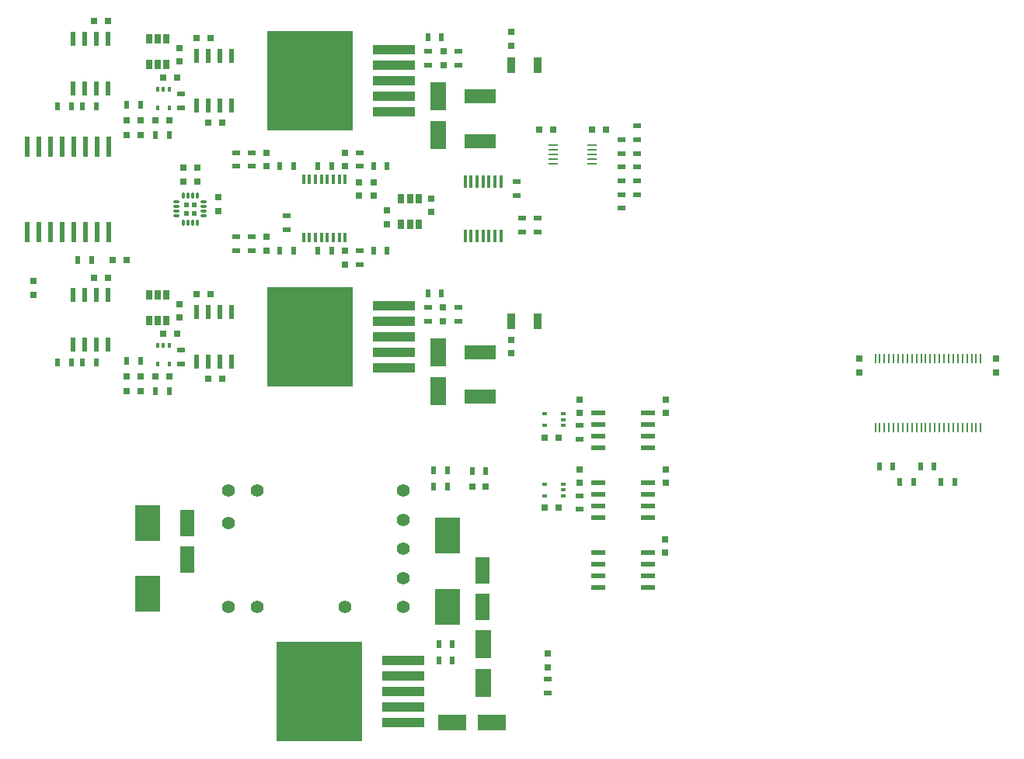
<source format=gbr>
G04 #@! TF.FileFunction,Paste,Top*
%FSLAX46Y46*%
G04 Gerber Fmt 4.6, Leading zero omitted, Abs format (unit mm)*
G04 Created by KiCad (PCBNEW 4.0.7) date 06/14/18 13:46:53*
%MOMM*%
%LPD*%
G01*
G04 APERTURE LIST*
%ADD10C,0.100000*%
%ADD11R,0.285000X1.000000*%
%ADD12R,0.800000X0.750000*%
%ADD13R,0.304800X0.508000*%
%ADD14R,1.800860X3.149600*%
%ADD15R,0.750000X0.800000*%
%ADD16R,2.700020X4.000500*%
%ADD17R,1.501140X2.999740*%
%ADD18R,3.149600X1.800860*%
%ADD19R,3.500000X1.600000*%
%ADD20R,0.500000X0.900000*%
%ADD21R,0.900000X0.500000*%
%ADD22R,0.900000X1.700000*%
%ADD23R,0.600000X1.550000*%
%ADD24R,0.450000X1.450000*%
%ADD25R,1.100000X0.250000*%
%ADD26R,1.550000X0.600000*%
%ADD27R,0.508000X0.304800*%
%ADD28O,0.750000X0.300000*%
%ADD29O,0.300000X0.750000*%
%ADD30R,0.540000X0.540000*%
%ADD31R,4.600000X1.100000*%
%ADD32R,9.400000X10.800000*%
%ADD33C,1.397000*%
%ADD34R,0.797560X0.797560*%
%ADD35R,0.400000X1.000000*%
%ADD36R,0.650000X1.060000*%
%ADD37R,0.600000X2.300000*%
G04 APERTURE END LIST*
D10*
D11*
X151513780Y-75929180D03*
X152013780Y-75929180D03*
X152513780Y-75929180D03*
X153013780Y-75929180D03*
X153513780Y-75929180D03*
X154013780Y-75929180D03*
X154513780Y-75929180D03*
X155013780Y-75929180D03*
X155513780Y-75929180D03*
X156013780Y-75929180D03*
X156513780Y-75929180D03*
X157013780Y-75929180D03*
X157513780Y-75929180D03*
X158013780Y-75929180D03*
X158513780Y-75929180D03*
X159013780Y-75929180D03*
X159513780Y-75929180D03*
X160013780Y-75929180D03*
X160513780Y-75929180D03*
X161013780Y-75929180D03*
X161513780Y-75929180D03*
X162013780Y-75929180D03*
X162513780Y-75929180D03*
X163013780Y-75929180D03*
X163013780Y-68429180D03*
X162513780Y-68429180D03*
X162013780Y-68429180D03*
X161513780Y-68429180D03*
X161013780Y-68429180D03*
X160513780Y-68429180D03*
X160013780Y-68429180D03*
X159513780Y-68429180D03*
X159013780Y-68429180D03*
X158513780Y-68429180D03*
X158013780Y-68429180D03*
X157513780Y-68429180D03*
X157013780Y-68429180D03*
X156513780Y-68429180D03*
X156013780Y-68429180D03*
X155513780Y-68429180D03*
X155013780Y-68429180D03*
X154513780Y-68429180D03*
X154013780Y-68429180D03*
X153513780Y-68429180D03*
X153013780Y-68429180D03*
X152513780Y-68429180D03*
X152013780Y-68429180D03*
X151513780Y-68429180D03*
D12*
X71435660Y-42443400D03*
X69935660Y-42443400D03*
D13*
X74549000Y-39014400D03*
X73279000Y-39014400D03*
X74549000Y-41046400D03*
X73914000Y-39014400D03*
X73279000Y-41046400D03*
D14*
X103886000Y-44058840D03*
X103886000Y-39806880D03*
D12*
X75415840Y-37792660D03*
X73915840Y-37792660D03*
D14*
X103886000Y-71988680D03*
X103886000Y-67736720D03*
D12*
X75413300Y-65732660D03*
X73913300Y-65732660D03*
D15*
X93705680Y-47456790D03*
X93705680Y-45956790D03*
X95247460Y-49173700D03*
X95247460Y-50673700D03*
X103121460Y-50946620D03*
X103121460Y-52446620D03*
X98308160Y-52247100D03*
X98308160Y-53747100D03*
X96847660Y-49170460D03*
X96847660Y-50670460D03*
X93705680Y-56644540D03*
X93705680Y-58144540D03*
D12*
X74549700Y-42443400D03*
X73049700Y-42443400D03*
X74549700Y-70383400D03*
X73049700Y-70383400D03*
D15*
X85214460Y-47452980D03*
X85214460Y-45952980D03*
D12*
X71435660Y-72026780D03*
X69935660Y-72026780D03*
D15*
X104444800Y-36401440D03*
X104444800Y-34901440D03*
X104424480Y-64338900D03*
X104424480Y-62838900D03*
D12*
X71435660Y-44086780D03*
X69935660Y-44086780D03*
X71433120Y-70383400D03*
X69933120Y-70383400D03*
D15*
X85214460Y-56643400D03*
X85214460Y-55143400D03*
X111834000Y-34300860D03*
X111834000Y-32800860D03*
X111834000Y-66361880D03*
X111834000Y-67861880D03*
D12*
X77560740Y-33423860D03*
X79060740Y-33423860D03*
X77555660Y-61424820D03*
X79055660Y-61424820D03*
X66374580Y-59585860D03*
X67874580Y-59585860D03*
X66374580Y-31628080D03*
X67874580Y-31628080D03*
X78825660Y-42707560D03*
X80325660Y-42707560D03*
X78825660Y-70662800D03*
X80325660Y-70662800D03*
X76118020Y-49138840D03*
X77618020Y-49138840D03*
X76118020Y-47558960D03*
X77618020Y-47558960D03*
D15*
X79898240Y-50857720D03*
X79898240Y-52357720D03*
X75727560Y-36040760D03*
X75727560Y-34540760D03*
X75727560Y-63980760D03*
X75727560Y-62480760D03*
D12*
X120689940Y-43461940D03*
X122189940Y-43461940D03*
D16*
X72196960Y-94122240D03*
X72196960Y-86344760D03*
D12*
X116389280Y-43461940D03*
X114889280Y-43461940D03*
D17*
X76570840Y-90337640D03*
X76570840Y-86339680D03*
D18*
X109702600Y-108140500D03*
X105450640Y-108140500D03*
D12*
X69949760Y-57698640D03*
X68449760Y-57698640D03*
D15*
X59801760Y-59956000D03*
X59801760Y-61456000D03*
D17*
X108712000Y-91539060D03*
X108712000Y-95537020D03*
D14*
X108808520Y-99598480D03*
X108808520Y-103850440D03*
D16*
X104886760Y-87762080D03*
X104886760Y-95539560D03*
D15*
X149811740Y-68426900D03*
X149811740Y-69926900D03*
X164673280Y-68426900D03*
X164673280Y-69926900D03*
X128651000Y-82014760D03*
X128651000Y-80514760D03*
X128625600Y-89629680D03*
X128625600Y-88129680D03*
X128651000Y-74392920D03*
X128651000Y-72892920D03*
X119334280Y-82014760D03*
X119334280Y-80514760D03*
X119334280Y-74394760D03*
X119334280Y-72894760D03*
D12*
X115492400Y-84660740D03*
X116992400Y-84660740D03*
X115493100Y-77058520D03*
X116993100Y-77058520D03*
D19*
X108458000Y-44686220D03*
X108458000Y-39809420D03*
X108458000Y-72613520D03*
X108458000Y-67736720D03*
D20*
X96819020Y-47454820D03*
X98319020Y-47454820D03*
X96819020Y-56644540D03*
X98319020Y-56644540D03*
D21*
X81887060Y-47452980D03*
X81887060Y-45952980D03*
X81887060Y-56645240D03*
X81887060Y-55145240D03*
X95349060Y-47455520D03*
X95349060Y-45955520D03*
X75890120Y-41047100D03*
X75890120Y-39547100D03*
X75890120Y-68987100D03*
X75890120Y-67487100D03*
X95349060Y-56643840D03*
X95349060Y-58143840D03*
X102760780Y-36401440D03*
X102760780Y-34901440D03*
D20*
X102762620Y-33403540D03*
X104262620Y-33403540D03*
D21*
X102760780Y-64341440D03*
X102760780Y-62841440D03*
D20*
X102762620Y-61335920D03*
X104262620Y-61335920D03*
D21*
X83566000Y-47452980D03*
X83566000Y-45952980D03*
X83566000Y-56642700D03*
X83566000Y-55142700D03*
D20*
X74549700Y-44086780D03*
X73049700Y-44086780D03*
X74549700Y-72026780D03*
X73049700Y-72026780D03*
D21*
X106118660Y-34901440D03*
X106118660Y-36401440D03*
D20*
X71435660Y-40764460D03*
X69935660Y-40764460D03*
D21*
X106118660Y-62838900D03*
X106118660Y-64338900D03*
D20*
X71433120Y-68704460D03*
X69933120Y-68704460D03*
X90802460Y-47452280D03*
X92302460Y-47452280D03*
X90802460Y-56644540D03*
X92302460Y-56644540D03*
X88126000Y-47452280D03*
X86626000Y-47452280D03*
X88126000Y-56644540D03*
X86626000Y-56644540D03*
D22*
X114734000Y-36401440D03*
X111834000Y-36401440D03*
X114734000Y-64338900D03*
X111834000Y-64338900D03*
D21*
X114754660Y-54598000D03*
X114754660Y-53098000D03*
X113055400Y-54598000D03*
X113055400Y-53098000D03*
X87406480Y-54364320D03*
X87406480Y-52864320D03*
D20*
X64642300Y-57698640D03*
X66142300Y-57698640D03*
D21*
X112473740Y-50615280D03*
X112473740Y-49115280D03*
D20*
X66607120Y-40914320D03*
X65107120Y-40914320D03*
X63904560Y-40911780D03*
X62404560Y-40911780D03*
X66607120Y-68854320D03*
X65107120Y-68854320D03*
X63904560Y-68854320D03*
X62404560Y-68854320D03*
X153450420Y-80203040D03*
X151950420Y-80203040D03*
X154174760Y-81887060D03*
X155674760Y-81887060D03*
X157942980Y-80203040D03*
X156442980Y-80203040D03*
X158683260Y-81887060D03*
X160183260Y-81887060D03*
X104890000Y-82359500D03*
X103390000Y-82359500D03*
X103390000Y-80594200D03*
X104890000Y-80594200D03*
X105448800Y-101348540D03*
X103948800Y-101348540D03*
X103948800Y-99601020D03*
X105448800Y-99601020D03*
D21*
X123858020Y-47543720D03*
X123858020Y-49043720D03*
X125585220Y-49044160D03*
X125585220Y-50544160D03*
X123858020Y-50542760D03*
X123858020Y-52042760D03*
X125585220Y-47544420D03*
X125585220Y-46044420D03*
X123858020Y-46045820D03*
X123858020Y-44545820D03*
X125585220Y-44542140D03*
X125585220Y-43042140D03*
X119334280Y-84874800D03*
X119334280Y-83374800D03*
X119334280Y-77234480D03*
X119334280Y-75734480D03*
D13*
X74549000Y-66954400D03*
X73279000Y-66954400D03*
X74549000Y-68986400D03*
X73914000Y-66954400D03*
X73279000Y-68986400D03*
D23*
X81366360Y-35400000D03*
X80096360Y-35400000D03*
X78826360Y-35400000D03*
X77556360Y-35400000D03*
X77556360Y-40800000D03*
X78826360Y-40800000D03*
X80096360Y-40800000D03*
X81366360Y-40800000D03*
X81366360Y-63340000D03*
X80096360Y-63340000D03*
X78826360Y-63340000D03*
X77556360Y-63340000D03*
X77556360Y-68740000D03*
X78826360Y-68740000D03*
X80096360Y-68740000D03*
X81366360Y-68740000D03*
X67873880Y-33545800D03*
X66603880Y-33545800D03*
X65333880Y-33545800D03*
X64063880Y-33545800D03*
X64063880Y-38945800D03*
X65333880Y-38945800D03*
X66603880Y-38945800D03*
X67873880Y-38945800D03*
X67873880Y-61485800D03*
X66603880Y-61485800D03*
X65333880Y-61485800D03*
X64063880Y-61485800D03*
X64063880Y-66885800D03*
X65333880Y-66885800D03*
X66603880Y-66885800D03*
X67873880Y-66885800D03*
D24*
X110725500Y-49120000D03*
X110075500Y-49120000D03*
X109425500Y-49120000D03*
X108775500Y-49120000D03*
X108125500Y-49120000D03*
X107475500Y-49120000D03*
X106825500Y-49120000D03*
X106825500Y-55020000D03*
X107475500Y-55020000D03*
X108125500Y-55020000D03*
X108775500Y-55020000D03*
X109425500Y-55020000D03*
X110075500Y-55020000D03*
X110725500Y-55020000D03*
D25*
X116389260Y-45177200D03*
X116389260Y-45677200D03*
X116389260Y-46177200D03*
X116389260Y-46677200D03*
X116389260Y-47177200D03*
X120689260Y-47177200D03*
X120689260Y-46677200D03*
X120689260Y-46177200D03*
X120689260Y-45677200D03*
X120689260Y-45177200D03*
D26*
X121333280Y-82014060D03*
X121333280Y-83284060D03*
X121333280Y-84554060D03*
X121333280Y-85824060D03*
X126733280Y-85824060D03*
X126733280Y-84554060D03*
X126733280Y-83284060D03*
X126733280Y-82014060D03*
X121333280Y-74394060D03*
X121333280Y-75664060D03*
X121333280Y-76934060D03*
X121333280Y-78204060D03*
X126733280Y-78204060D03*
X126733280Y-76934060D03*
X126733280Y-75664060D03*
X126733280Y-74394060D03*
X121333280Y-89634060D03*
X121333280Y-90904060D03*
X121333280Y-92174060D03*
X121333280Y-93444060D03*
X126733280Y-93444060D03*
X126733280Y-92174060D03*
X126733280Y-90904060D03*
X126733280Y-89634060D03*
D27*
X117525800Y-83375500D03*
X117525800Y-82105500D03*
X115493800Y-83375500D03*
X117525800Y-82740500D03*
X115493800Y-82105500D03*
X117525800Y-75737720D03*
X117525800Y-74467720D03*
X115493800Y-75737720D03*
X117525800Y-75102720D03*
X115493800Y-74467720D03*
D28*
X75393020Y-51360640D03*
X75393020Y-51860640D03*
X75393020Y-52360640D03*
X75393020Y-52860640D03*
D29*
X76118020Y-53585640D03*
X76618020Y-53585640D03*
X77118020Y-53585640D03*
X77618020Y-53585640D03*
D28*
X78343020Y-52860640D03*
X78343020Y-52360640D03*
X78343020Y-51860640D03*
X78343020Y-51360640D03*
D29*
X77618020Y-50635640D03*
X77118020Y-50635640D03*
X76618020Y-50635640D03*
X76118020Y-50635640D03*
D30*
X77318020Y-52560640D03*
X77318020Y-51660640D03*
X76418020Y-52560640D03*
X76418020Y-51660640D03*
D31*
X99060000Y-34700000D03*
X99060000Y-36400000D03*
X99060000Y-39800000D03*
D32*
X89910000Y-38100000D03*
D31*
X99060000Y-38100000D03*
X99060000Y-41500000D03*
X99060000Y-62640000D03*
X99060000Y-64340000D03*
X99060000Y-67740000D03*
D32*
X89910000Y-66040000D03*
D31*
X99060000Y-66040000D03*
X99060000Y-69440000D03*
X100081080Y-101343780D03*
X100081080Y-103043780D03*
X100081080Y-106443780D03*
D32*
X90931080Y-104743780D03*
D31*
X100081080Y-104743780D03*
X100081080Y-108143780D03*
D33*
X80992980Y-82847180D03*
X80992980Y-86339680D03*
X80992980Y-95547180D03*
X84167980Y-95547180D03*
X93692980Y-95547180D03*
X100042980Y-95547180D03*
X100042980Y-92372180D03*
X100042980Y-89197180D03*
X100042980Y-86022180D03*
X100042980Y-82847180D03*
X84167980Y-82847180D03*
D34*
X115824000Y-102095300D03*
X115824000Y-100596700D03*
X109080300Y-82359500D03*
X107581700Y-82359500D03*
D21*
X115824000Y-103390000D03*
X115824000Y-104890000D03*
D20*
X109081000Y-80708500D03*
X107581000Y-80708500D03*
D35*
X93750560Y-48829360D03*
X93100560Y-48829360D03*
X92450560Y-48829360D03*
X91800560Y-48829360D03*
X91150560Y-48829360D03*
X90500560Y-48829360D03*
X89850560Y-48829360D03*
X89200560Y-48829360D03*
X89200560Y-55229360D03*
X89850560Y-55229360D03*
X90500560Y-55229360D03*
X91150560Y-55229360D03*
X91800560Y-55229360D03*
X92450560Y-55229360D03*
X93100560Y-55229360D03*
X93750560Y-55229360D03*
D36*
X99857520Y-53746860D03*
X100807520Y-53746860D03*
X101757520Y-53746860D03*
X101757520Y-50946860D03*
X99857520Y-50946860D03*
X100807520Y-50946860D03*
X74267100Y-33540240D03*
X73317100Y-33540240D03*
X72367100Y-33540240D03*
X72367100Y-36340240D03*
X74267100Y-36340240D03*
X73317100Y-36340240D03*
X74267100Y-61480240D03*
X73317100Y-61480240D03*
X72367100Y-61480240D03*
X72367100Y-64280240D03*
X74267100Y-64280240D03*
X73317100Y-64280240D03*
D37*
X67980560Y-54621960D03*
X67980560Y-45321960D03*
X66710560Y-54621960D03*
X66710560Y-45321960D03*
X65440560Y-54621960D03*
X65440560Y-45321960D03*
X64170560Y-54621960D03*
X64170560Y-45321960D03*
X62900560Y-54621960D03*
X62900560Y-45321960D03*
X61630560Y-54621960D03*
X61630560Y-45321960D03*
X60360560Y-54621960D03*
X60360560Y-45321960D03*
X59090560Y-54621960D03*
X59090560Y-45321960D03*
M02*

</source>
